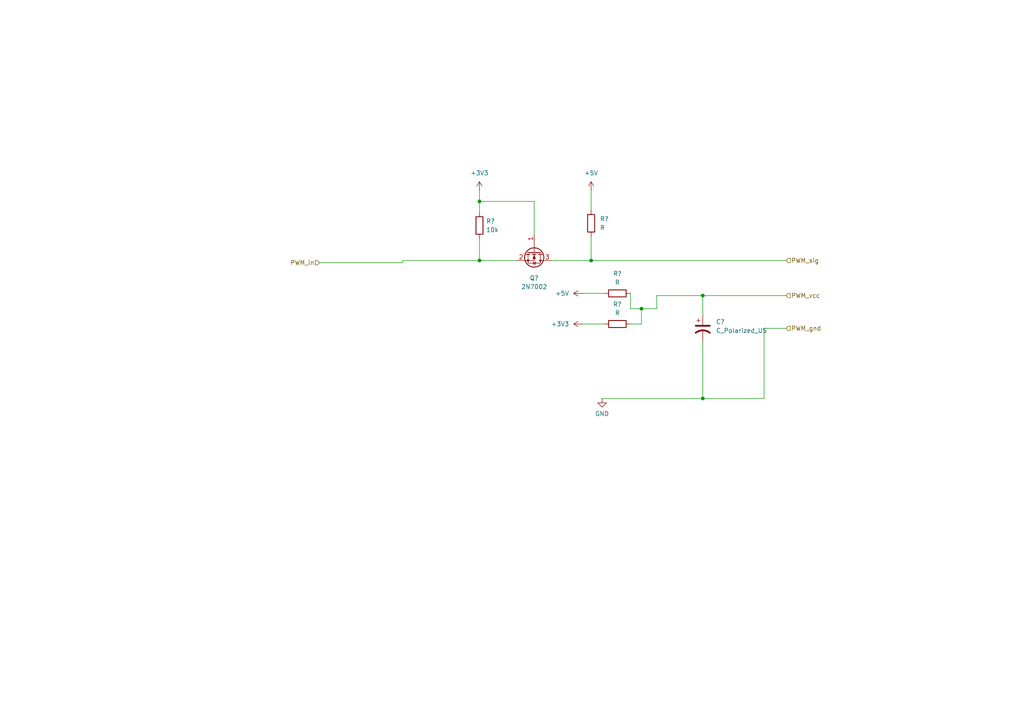
<source format=kicad_sch>
(kicad_sch (version 20211123) (generator eeschema)
  (paper "A4")
  (title_block (title "Remex") (date "2022-06-02") (rev "4.0.0") (company "Montana Tech NRMC") (comment 2 "creativecommons.org/licenses/by/4.0") (comment 3 "License: CC BY 4.0") (comment 4 "Author: Justin Bak"))
  (lib_symbols
    (symbol "Device:C_Polarized_US" (pin_numbers hide) (pin_names (offset 0.254) hide)
      (property "Reference" "C" (at 0.635 2.54 0))
      (property "Value" "C_Polarized_US" (at 0.635 -2.54 0))
      (symbol "C_Polarized_US_0_1"
        (polyline (pts (xy -2.032 0.762) (xy 2.032 0.762)) (stroke (width 0.508)))
        (polyline (pts (xy -1.778 2.286) (xy -0.762 2.286)))
        (polyline (pts (xy -1.27 1.778) (xy -1.27 2.794)))
        (arc (start 2.032 -1.27) (mid 0 -0.5572) (end -2.032 -1.27) (stroke (width 0.508)))
      )
      (symbol "C_Polarized_US_1_1"
        (pin passive line (at 0 3.81 270) (length 2.794) (name "~") (number "1"))
        (pin passive line (at 0 -3.81 90) (length 3.302) (name "~") (number "2"))
      )
    )
    (symbol "Device:R" (pin_numbers hide) (pin_names (offset 0))
      (property "Reference" "R" (at 2.032 0 90))
      (property "Value" "R" (at 0 0 90))
      (symbol "R_0_1"
        (rectangle (start -1.016 -2.54) (end 1.016 2.54) (stroke (width 0.254)))
      )
      (symbol "R_1_1"
        (pin passive line (at 0 3.81 270) (length 1.27) (name "~") (number "1"))
        (pin passive line (at 0 -3.81 90) (length 1.27) (name "~") (number "2"))
      )
    )
    (symbol "Transistor_FET:2N7002" (pin_names hide)
      (property "Reference" "Q" (at 5.08 1.905 0))
      (property "Value" "2N7002" (at 5.08 0 0))
      (symbol "2N7002_0_1"
        (polyline (pts (xy 0.254 0) (xy -2.54 0)))
        (polyline (pts (xy 0.254 1.905) (xy 0.254 -1.905)) (stroke (width 0.254)))
        (polyline (pts (xy 0.762 -1.27) (xy 0.762 -2.286)) (stroke (width 0.254)))
        (polyline (pts (xy 0.762 0.508) (xy 0.762 -0.508)) (stroke (width 0.254)))
        (polyline (pts (xy 0.762 2.286) (xy 0.762 1.27)) (stroke (width 0.254)))
        (polyline (pts (xy 2.54 2.54) (xy 2.54 1.778)))
        (polyline (pts (xy 2.54 -2.54) (xy 2.54 0) (xy 0.762 0)))
        (polyline (pts (xy 0.762 -1.778) (xy 3.302 -1.778) (xy 3.302 1.778) (xy 0.762 1.778)))
        (polyline (pts (xy 1.016 0) (xy 2.032 0.381) (xy 2.032 -0.381) (xy 1.016 0)) (fill (type outline)))
        (polyline (pts (xy 2.794 0.508) (xy 2.921 0.381) (xy 3.683 0.381) (xy 3.81 0.254)))
        (polyline (pts (xy 3.302 0.381) (xy 2.921 -0.254) (xy 3.683 -0.254) (xy 3.302 0.381)))
        (circle (center 1.651 0) (radius 2.794) (stroke (width 0.254)))
        (circle (center 2.54 -1.778) (radius 0.254) (fill (type outline)))
        (circle (center 2.54 1.778) (radius 0.254) (fill (type outline)))
      )
      (symbol "2N7002_1_1"
        (pin input line (at -5.08 0 0) (length 2.54) (name "G") (number "1"))
        (pin passive line (at 2.54 -5.08 90) (length 2.54) (name "S") (number "2"))
        (pin passive line (at 2.54 5.08 270) (length 2.54) (name "D") (number "3"))
      )
    )
    (symbol "power:+3V3" (power) (pin_names (offset 0))
      (property "Value" "+3V3" (at 0 3.556 0))
      (symbol "+3V3_0_1"
        (polyline (pts (xy -0.762 1.27) (xy 0 2.54)))
        (polyline (pts (xy 0 0) (xy 0 2.54)))
        (polyline (pts (xy 0 2.54) (xy 0.762 1.27)))
      )
      (symbol "+3V3_1_1"
        (pin power_in line (at 0 0 90) (length 0) hide (name "+3V3") (number "1"))
      )
    )
    (symbol "power:+5V" (power) (pin_names (offset 0))
      (property "Value" "+5V" (at 0 3.556 0))
      (symbol "+5V_0_1"
        (polyline (pts (xy -0.762 1.27) (xy 0 2.54)))
        (polyline (pts (xy 0 0) (xy 0 2.54)))
        (polyline (pts (xy 0 2.54) (xy 0.762 1.27)))
      )
      (symbol "+5V_1_1"
        (pin power_in line (at 0 0 90) (length 0) hide (name "+5V") (number "1"))
      )
    )
    (symbol "power:GND" (power) (pin_names (offset 0))
      (property "Value" "GND" (at 0 -3.81 0))
      (symbol "GND_0_1"
        (polyline (pts (xy 0 0) (xy 0 -1.27) (xy 1.27 -1.27) (xy 0 -2.54) (xy -1.27 -1.27) (xy 0 -1.27)))
      )
      (symbol "GND_1_1"
        (pin power_in line (at 0 0 270) (length 0) hide (name "GND") (number "1"))
      )
    )
  )
  (junction (at 171.45 75.565))
  (junction (at 203.835 115.57))
  (junction (at 139.065 58.42))
  (junction (at 186.055 89.535))
  (junction (at 139.065 75.565))
  (junction (at 203.835 85.725))
  (wire (pts (xy 139.065 55.245) (xy 139.065 58.42)))
  (wire (pts (xy 186.055 89.535) (xy 182.88 89.535)))
  (wire (pts (xy 171.45 68.58) (xy 171.45 75.565)))
  (wire (pts (xy 203.835 115.57) (xy 174.625 115.57)))
  (wire (pts (xy 203.835 99.06) (xy 203.835 115.57)))
  (wire (pts (xy 186.055 93.98) (xy 186.055 89.535)))
  (wire (pts (xy 171.45 75.565) (xy 227.965 75.565)))
  (wire (pts (xy 154.94 67.945) (xy 154.94 58.42)))
  (wire (pts (xy 154.94 58.42) (xy 139.065 58.42)))
  (wire (pts (xy 139.065 58.42) (xy 139.065 61.595)))
  (wire (pts (xy 171.45 75.565) (xy 160.02 75.565)))
  (wire (pts (xy 149.86 75.565) (xy 139.065 75.565)))
  (wire (pts (xy 139.065 75.565) (xy 116.84 75.565)))
  (wire (pts (xy 190.5 85.725) (xy 190.5 89.535)))
  (wire (pts (xy 168.91 93.98) (xy 175.26 93.98)))
  (wire (pts (xy 227.965 95.25) (xy 221.615 95.25)))
  (wire (pts (xy 221.615 115.57) (xy 203.835 115.57)))
  (wire (pts (xy 182.88 93.98) (xy 186.055 93.98)))
  (wire (pts (xy 203.835 85.725) (xy 203.835 91.44)))
  (wire (pts (xy 92.71 76.2) (xy 116.84 76.2)))
  (wire (pts (xy 227.965 85.725) (xy 203.835 85.725)))
  (wire (pts (xy 171.45 55.245) (xy 171.45 60.96)))
  (wire (pts (xy 182.88 89.535) (xy 182.88 85.09)))
  (wire (pts (xy 203.835 85.725) (xy 190.5 85.725)))
  (wire (pts (xy 221.615 95.25) (xy 221.615 115.57)))
  (wire (pts (xy 168.91 85.09) (xy 175.26 85.09)))
  (wire (pts (xy 190.5 89.535) (xy 186.055 89.535)))
  (wire (pts (xy 139.065 75.565) (xy 139.065 69.215)))
  (wire (pts (xy 116.84 75.565) (xy 116.84 76.2)))
  (hierarchical_label "PWM_vcc" (shape input) (at 227.965 85.725 0))
  (hierarchical_label "PWM_sig" (shape input) (at 227.965 75.565 0))
  (hierarchical_label "PWM_gnd" (shape input) (at 227.965 95.25 0))
  (hierarchical_label "PWM_in" (shape input) (at 92.71 76.2 180))
  (symbol (lib_id "Device:R") (at 179.07 93.98 90) (unit 1)
    (property "Reference" "R?" (at 179.07 88.265 90))
    (property "Value" "R" (at 179.07 90.805 90))
  )
  (symbol (lib_id "power:+5V") (at 168.91 85.09 90) (unit 1)
    (property "Reference" "#PWR?" (effects hide))
    (property "Value" "+5V" (at 165.1 85.0899 90) (effects (justify left)))
  )
  (symbol (lib_id "Device:C_Polarized_US") (at 203.835 95.25 0) (unit 1)
    (property "Reference" "C?" (at 207.645 93.3449 0) (effects (justify left)))
    (property "Value" "C_Polarized_US" (at 207.645 95.8849 0) (effects (justify left)))
  )
  (symbol (lib_id "Device:R") (at 171.45 64.77 0) (unit 1)
    (property "Reference" "R?" (at 173.99 63.4999 0) (effects (justify left)))
    (property "Value" "R" (at 173.99 66.0399 0) (effects (justify left)))
  )
  (symbol (lib_id "Transistor_FET:2N7002") (at 154.94 73.025 270) (unit 1)
    (property "Reference" "Q?" (at 154.94 80.645 90))
    (property "Value" "2N7002" (at 154.94 83.185 90))
    (property "Footprint" "Package_TO_SOT_SMD:SOT-23" (effects hide))
    (property "Datasheet" "https://www.onsemi.com/pub/Collateral/NDS7002A-D.PDF" (effects hide))
  )
  (symbol (lib_id "Device:R") (at 179.07 85.09 90) (unit 1)
    (property "Reference" "R?" (at 179.07 79.375 90))
    (property "Value" "R" (at 179.07 81.915 90))
  )
  (symbol (lib_id "power:+3V3") (at 168.91 93.98 90) (unit 1)
    (property "Reference" "#PWR?" (effects hide))
    (property "Value" "+3V3" (at 165.1 93.9799 90) (effects (justify left)))
  )
  (symbol (lib_id "Device:R") (at 139.065 65.405 0) (unit 1)
    (property "Reference" "R?" (at 140.97 64.1349 0) (effects (justify left)))
    (property "Value" "10k" (at 140.97 66.6749 0) (effects (justify left)))
  )
  (symbol (lib_id "power:+3V3") (at 139.065 55.245 0) (unit 1)
    (property "Reference" "#PWR?" (effects hide))
    (property "Value" "+3V3" (at 139.065 50.165 0))
  )
  (symbol (lib_id "power:+5V") (at 171.45 55.245 0) (unit 1)
    (property "Reference" "#PWR?" (effects hide))
    (property "Value" "+5V" (at 171.45 50.165 0))
  )
  (symbol (lib_id "power:GND") (at 174.625 115.57 0) (unit 1)
    (property "Reference" "#PWR?" (effects hide))
    (property "Value" "GND" (at 174.625 120.015 0))
  )
)
</source>
